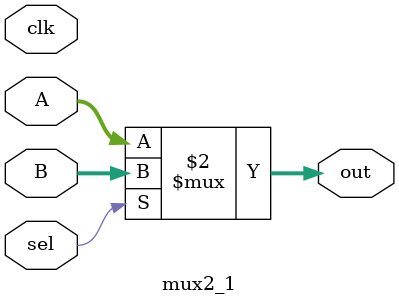
<source format=v>
module mux2_1 
#(parameter n = 16)
(sel, A, B, clk, out);

	input sel, clk;
	input [n-1:0] A;
	input [n-1:0] B;
	output [n-1:0] out;
	
	assign out = (sel == 0)? A : B;

endmodule 

</source>
